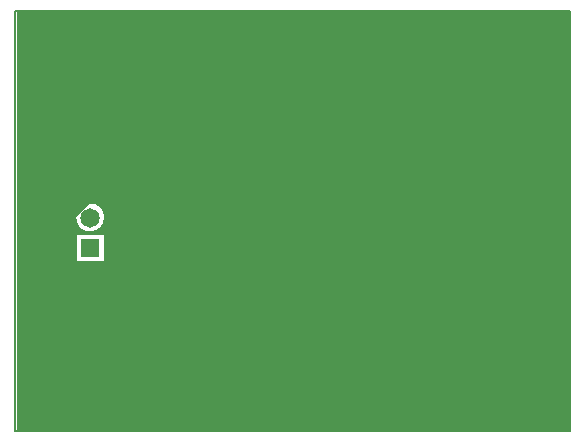
<source format=gbr>
%FSLAX23Y23*%
%MOIN*%
G04 EasyPC Gerber Version 18.0.1 Build 3581 *
%ADD14R,0.06000X0.06000*%
%ADD124C,0.00039*%
%ADD10C,0.00800*%
%ADD83C,0.06496*%
%ADD112C,0.06500*%
%ADD71C,0.15000*%
X0Y0D02*
D02*
D10*
X2341Y299D02*
Y1699D01*
X491*
Y299*
X2341*
D02*
D14*
X741Y911D03*
D02*
D71*
X680Y486D03*
Y1511D03*
X1704Y486D03*
Y1511D03*
D02*
D83*
X1039Y1294D03*
X1201Y631D03*
D02*
D112*
X741Y1011D03*
Y1111D03*
D02*
D124*
X2337Y303D02*
Y1695D01*
X496*
Y303*
X2337*
X741Y963D02*
G75*
G02Y1060J48D01*
G01*
G75*
G02Y963J-48*
G01*
X787Y865D02*
X695D01*
Y957*
X787*
Y865*
X496Y1011D02*
G36*
Y911D01*
X695*
Y957*
X787*
Y911*
X2337*
Y1011*
X790*
G75*
G02X741Y963I-48*
G01*
G75*
G02X693Y1011J48*
G01*
X496*
G37*
X693D02*
G36*
G75*
G02X741Y1060I48D01*
G01*
G75*
G02X790Y1011J-48*
G01*
X2337*
Y1695*
X496*
Y1011*
X693*
G37*
X496Y911D02*
G36*
Y303D01*
X2337*
Y911*
X787*
Y865*
X695*
Y911*
X496*
G37*
X0Y0D02*
M02*

</source>
